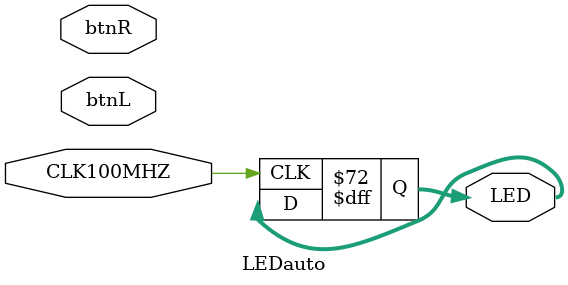
<source format=v>
module LEDauto (
    input CLK100MHZ,
    input btnL,
    input btnR,
    output reg[15:0] LED
);
reg [3:0] indled;
reg dir;
reg [24:0] count;
reg sposta;

initial begin
    indled = 4'b0000;
    LED = 16'b0000_0000_0000_0001;
    dir = 0;
    count = 0;
    sposta = 0;
end

always @(posedge CLK100MHZ) begin
    count = 0;
    sposta = 1;

    if (count[23] == 1) begin
        count = 0;
        sposta = 1;
    end else begin
        sposta = 0;
    end

    if(sposta) begin
        if (dir == 0) begin
            if (indled < 15) begin
                indled = indled + 1;
            end else begin
                dir = 1;
            end
        end else begin
            if (indled > 0) begin
                indled = indled - 1;
            end else begin
                dir = 0;
            end
        end
    LED = (1 << indled);
    end
end
endmodule
</source>
